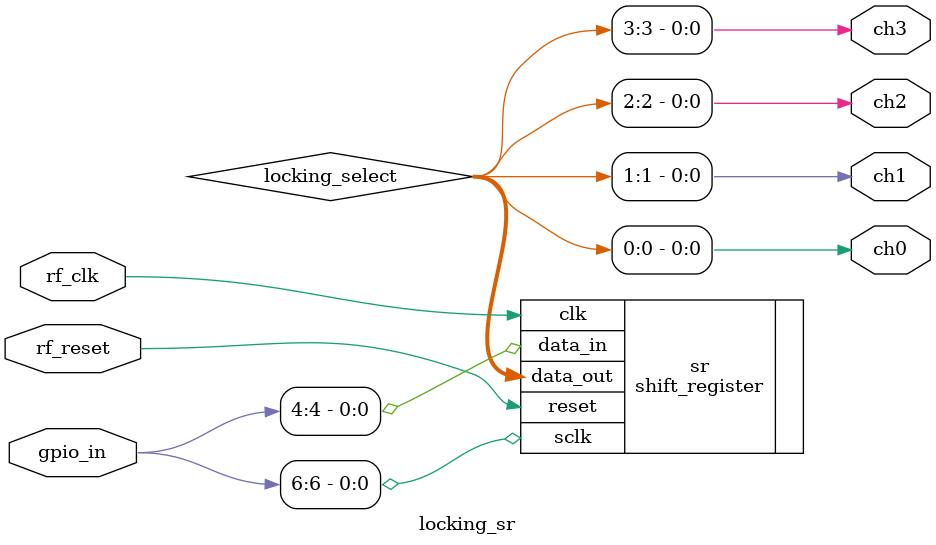
<source format=v>
`timescale 1ns / 1ps


module locking_sr
#(
parameter sclk = 6,
parameter sdata = 4
)
(
    input wire rf_clk,
    input wire rf_reset,
    input wire [7:0] gpio_in,
    output wire ch0,
    output wire ch1,
    output wire ch2,
    output wire ch3

    );
    
    wire [15:0] locking_select;
    shift_register #(16) sr(.clk(rf_clk), .sclk(gpio_in[sclk]), .reset(rf_reset), .data_in(gpio_in[sdata]), .data_out(locking_select));
     
    assign ch0 = locking_select[0];
    assign ch1 = locking_select[1];
    assign ch2 = locking_select[2];
    assign ch3 = locking_select[3];
    
endmodule

</source>
